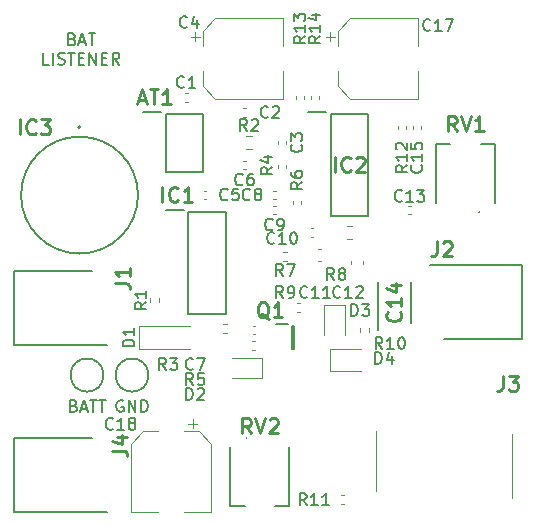
<source format=gbr>
%TF.GenerationSoftware,KiCad,Pcbnew,(5.1.8)-1*%
%TF.CreationDate,2021-02-07T14:07:47+00:00*%
%TF.ProjectId,Bat_Listner_JLCPCB,4261745f-4c69-4737-946e-65725f4a4c43,rev?*%
%TF.SameCoordinates,Original*%
%TF.FileFunction,Legend,Top*%
%TF.FilePolarity,Positive*%
%FSLAX46Y46*%
G04 Gerber Fmt 4.6, Leading zero omitted, Abs format (unit mm)*
G04 Created by KiCad (PCBNEW (5.1.8)-1) date 2021-02-07 14:07:47*
%MOMM*%
%LPD*%
G01*
G04 APERTURE LIST*
%ADD10C,0.150000*%
%ADD11C,0.200000*%
%ADD12C,0.120000*%
%ADD13C,0.100000*%
%ADD14C,0.254000*%
G04 APERTURE END LIST*
D10*
X135913904Y-48379571D02*
X136056761Y-48427190D01*
X136104380Y-48474809D01*
X136152000Y-48570047D01*
X136152000Y-48712904D01*
X136104380Y-48808142D01*
X136056761Y-48855761D01*
X135961523Y-48903380D01*
X135580571Y-48903380D01*
X135580571Y-47903380D01*
X135913904Y-47903380D01*
X136009142Y-47951000D01*
X136056761Y-47998619D01*
X136104380Y-48093857D01*
X136104380Y-48189095D01*
X136056761Y-48284333D01*
X136009142Y-48331952D01*
X135913904Y-48379571D01*
X135580571Y-48379571D01*
X136532952Y-48617666D02*
X137009142Y-48617666D01*
X136437714Y-48903380D02*
X136771047Y-47903380D01*
X137104380Y-48903380D01*
X137294857Y-47903380D02*
X137866285Y-47903380D01*
X137580571Y-48903380D02*
X137580571Y-47903380D01*
X133937714Y-50553380D02*
X133461523Y-50553380D01*
X133461523Y-49553380D01*
X134271047Y-50553380D02*
X134271047Y-49553380D01*
X134699619Y-50505761D02*
X134842476Y-50553380D01*
X135080571Y-50553380D01*
X135175809Y-50505761D01*
X135223428Y-50458142D01*
X135271047Y-50362904D01*
X135271047Y-50267666D01*
X135223428Y-50172428D01*
X135175809Y-50124809D01*
X135080571Y-50077190D01*
X134890095Y-50029571D01*
X134794857Y-49981952D01*
X134747238Y-49934333D01*
X134699619Y-49839095D01*
X134699619Y-49743857D01*
X134747238Y-49648619D01*
X134794857Y-49601000D01*
X134890095Y-49553380D01*
X135128190Y-49553380D01*
X135271047Y-49601000D01*
X135556761Y-49553380D02*
X136128190Y-49553380D01*
X135842476Y-50553380D02*
X135842476Y-49553380D01*
X136461523Y-50029571D02*
X136794857Y-50029571D01*
X136937714Y-50553380D02*
X136461523Y-50553380D01*
X136461523Y-49553380D01*
X136937714Y-49553380D01*
X137366285Y-50553380D02*
X137366285Y-49553380D01*
X137937714Y-50553380D01*
X137937714Y-49553380D01*
X138413904Y-50029571D02*
X138747238Y-50029571D01*
X138890095Y-50553380D02*
X138413904Y-50553380D01*
X138413904Y-49553380D01*
X138890095Y-49553380D01*
X139890095Y-50553380D02*
X139556761Y-50077190D01*
X139318666Y-50553380D02*
X139318666Y-49553380D01*
X139699619Y-49553380D01*
X139794857Y-49601000D01*
X139842476Y-49648619D01*
X139890095Y-49743857D01*
X139890095Y-49886714D01*
X139842476Y-49981952D01*
X139794857Y-50029571D01*
X139699619Y-50077190D01*
X139318666Y-50077190D01*
D11*
%TO.C,AT1*%
X143815000Y-54700000D02*
X147015000Y-54700000D01*
X147015000Y-54700000D02*
X147015000Y-59600000D01*
X147015000Y-59600000D02*
X143815000Y-59600000D01*
X143815000Y-59600000D02*
X143815000Y-54700000D01*
X141940000Y-54570000D02*
X143465000Y-54570000D01*
D12*
%TO.C,C1*%
X145677836Y-52980000D02*
X145462164Y-52980000D01*
X145677836Y-53700000D02*
X145462164Y-53700000D01*
%TO.C,C2*%
X150387164Y-54250000D02*
X150602836Y-54250000D01*
X150387164Y-54970000D02*
X150602836Y-54970000D01*
%TO.C,C3*%
X153310000Y-57042164D02*
X153310000Y-57257836D01*
X154030000Y-57042164D02*
X154030000Y-57257836D01*
%TO.C,C5*%
X147272836Y-61955000D02*
X147057164Y-61955000D01*
X147272836Y-61235000D02*
X147057164Y-61235000D01*
%TO.C,C6*%
X150387164Y-58695000D02*
X150602836Y-58695000D01*
X150387164Y-59415000D02*
X150602836Y-59415000D01*
%TO.C,C7*%
X151177164Y-73385000D02*
X151392836Y-73385000D01*
X151177164Y-72665000D02*
X151392836Y-72665000D01*
%TO.C,C8*%
X153142836Y-61235000D02*
X152927164Y-61235000D01*
X153142836Y-61955000D02*
X152927164Y-61955000D01*
%TO.C,C9*%
X152927164Y-62505000D02*
X153142836Y-62505000D01*
X152927164Y-63225000D02*
X153142836Y-63225000D01*
%TO.C,C10*%
X156317836Y-64410000D02*
X156102164Y-64410000D01*
X156317836Y-65130000D02*
X156102164Y-65130000D01*
%TO.C,C11*%
X156704420Y-66165000D02*
X156985580Y-66165000D01*
X156704420Y-67185000D02*
X156985580Y-67185000D01*
%TO.C,C12*%
X160530000Y-67450580D02*
X160530000Y-67169420D01*
X159510000Y-67450580D02*
X159510000Y-67169420D01*
%TO.C,C13*%
X164357164Y-63225000D02*
X164572836Y-63225000D01*
X164357164Y-62505000D02*
X164572836Y-62505000D01*
D11*
%TO.C,C14*%
X161770000Y-68915000D02*
X161770000Y-73015000D01*
X164620000Y-72415000D02*
X164620000Y-68915000D01*
D12*
%TO.C,C15*%
X164740000Y-55987836D02*
X164740000Y-55772164D01*
X165460000Y-55987836D02*
X165460000Y-55772164D01*
%TO.C,D1*%
X145895000Y-72660000D02*
X141595000Y-72660000D01*
X141595000Y-72660000D02*
X141595000Y-74660000D01*
X141595000Y-74660000D02*
X145895000Y-74660000D01*
%TO.C,D2*%
X151995000Y-77050000D02*
X151995000Y-75350000D01*
X151995000Y-75350000D02*
X149445000Y-75350000D01*
X151995000Y-77050000D02*
X149445000Y-77050000D01*
%TO.C,D3*%
X158965000Y-70890000D02*
X158965000Y-73440000D01*
X157265000Y-70890000D02*
X157265000Y-73440000D01*
X158965000Y-70890000D02*
X157265000Y-70890000D01*
%TO.C,D4*%
X160385000Y-74605000D02*
X157700000Y-74605000D01*
X157700000Y-74605000D02*
X157700000Y-76525000D01*
X157700000Y-76525000D02*
X160385000Y-76525000D01*
D11*
%TO.C,IC1*%
X145720000Y-62985000D02*
X148920000Y-62985000D01*
X148920000Y-62985000D02*
X148920000Y-71635000D01*
X148920000Y-71635000D02*
X145720000Y-71635000D01*
X145720000Y-71635000D02*
X145720000Y-62985000D01*
X143845000Y-62825000D02*
X145370000Y-62825000D01*
%TO.C,IC2*%
X155910000Y-54570000D02*
X157435000Y-54570000D01*
X157785000Y-63380000D02*
X157785000Y-54730000D01*
X160985000Y-63380000D02*
X157785000Y-63380000D01*
X160985000Y-54730000D02*
X160985000Y-63380000D01*
X157785000Y-54730000D02*
X160985000Y-54730000D01*
%TO.C,Q1*%
X154525000Y-72660000D02*
X154725000Y-72660000D01*
X154725000Y-72660000D02*
X154725000Y-74660000D01*
X154725000Y-74660000D02*
X154525000Y-74660000D01*
X154525000Y-74660000D02*
X154525000Y-72660000D01*
X153175000Y-72485000D02*
X154175000Y-72485000D01*
D12*
%TO.C,R1*%
X143255000Y-70331359D02*
X143255000Y-70638641D01*
X142495000Y-70331359D02*
X142495000Y-70638641D01*
%TO.C,R2*%
X150638742Y-56627500D02*
X151113258Y-56627500D01*
X150638742Y-57672500D02*
X151113258Y-57672500D01*
%TO.C,R3*%
X148690359Y-73278000D02*
X148997641Y-73278000D01*
X148690359Y-72518000D02*
X148997641Y-72518000D01*
%TO.C,R4*%
X154050000Y-59333641D02*
X154050000Y-59026359D01*
X153290000Y-59333641D02*
X153290000Y-59026359D01*
%TO.C,R5*%
X151408641Y-73915000D02*
X151101359Y-73915000D01*
X151408641Y-74675000D02*
X151101359Y-74675000D01*
%TO.C,R6*%
X154560000Y-62383641D02*
X154560000Y-62076359D01*
X155320000Y-62383641D02*
X155320000Y-62076359D01*
%TO.C,R7*%
X154075641Y-67182000D02*
X153768359Y-67182000D01*
X154075641Y-66422000D02*
X153768359Y-66422000D01*
%TO.C,R8*%
X159147742Y-65292500D02*
X159622258Y-65292500D01*
X159147742Y-64247500D02*
X159622258Y-64247500D01*
%TO.C,R9*%
X154911359Y-70740000D02*
X155218641Y-70740000D01*
X154911359Y-71500000D02*
X155218641Y-71500000D01*
%TO.C,R10*%
X161035000Y-72871359D02*
X161035000Y-73178641D01*
X160275000Y-72871359D02*
X160275000Y-73178641D01*
%TO.C,R11*%
X158646359Y-87780000D02*
X158953641Y-87780000D01*
X158646359Y-87020000D02*
X158953641Y-87020000D01*
%TO.C,R12*%
X163450000Y-55726359D02*
X163450000Y-56033641D01*
X164210000Y-55726359D02*
X164210000Y-56033641D01*
D10*
%TO.C,GND*%
X142370000Y-76835000D02*
G75*
G03*
X142370000Y-76835000I-1400000J0D01*
G01*
%TO.C,BATT*%
X138560000Y-76835000D02*
G75*
G03*
X138560000Y-76835000I-1400000J0D01*
G01*
D11*
%TO.C,IC3*%
X136601000Y-55856000D02*
G75*
G03*
X136601000Y-55856000I-100000J0D01*
G01*
X141475000Y-61595000D02*
G75*
G03*
X141475000Y-61595000I-4950000J0D01*
G01*
D12*
%TO.C,C4*%
X153778000Y-53448000D02*
X153778000Y-51098000D01*
X153778000Y-46628000D02*
X153778000Y-48978000D01*
X148022437Y-46628000D02*
X153778000Y-46628000D01*
X148022437Y-53448000D02*
X153778000Y-53448000D01*
X146958000Y-52383563D02*
X146958000Y-51098000D01*
X146958000Y-47692437D02*
X146958000Y-48978000D01*
X146958000Y-47692437D02*
X148022437Y-46628000D01*
X146958000Y-52383563D02*
X148022437Y-53448000D01*
X145930500Y-48190500D02*
X146718000Y-48190500D01*
X146324250Y-47796750D02*
X146324250Y-48584250D01*
%TO.C,C17*%
X157754250Y-47796750D02*
X157754250Y-48584250D01*
X157360500Y-48190500D02*
X158148000Y-48190500D01*
X158388000Y-52383563D02*
X159452437Y-53448000D01*
X158388000Y-47692437D02*
X159452437Y-46628000D01*
X158388000Y-47692437D02*
X158388000Y-48978000D01*
X158388000Y-52383563D02*
X158388000Y-51098000D01*
X159452437Y-53448000D02*
X165208000Y-53448000D01*
X159452437Y-46628000D02*
X165208000Y-46628000D01*
X165208000Y-46628000D02*
X165208000Y-48978000D01*
X165208000Y-53448000D02*
X165208000Y-51098000D01*
%TO.C,C18*%
X140862000Y-88406000D02*
X143212000Y-88406000D01*
X147682000Y-88406000D02*
X145332000Y-88406000D01*
X147682000Y-82650437D02*
X147682000Y-88406000D01*
X140862000Y-82650437D02*
X140862000Y-88406000D01*
X141926437Y-81586000D02*
X143212000Y-81586000D01*
X146617563Y-81586000D02*
X145332000Y-81586000D01*
X146617563Y-81586000D02*
X147682000Y-82650437D01*
X141926437Y-81586000D02*
X140862000Y-82650437D01*
X146119500Y-80558500D02*
X146119500Y-81346000D01*
X146513250Y-80952250D02*
X145725750Y-80952250D01*
%TO.C,R13*%
X154814000Y-53188359D02*
X154814000Y-53495641D01*
X155574000Y-53188359D02*
X155574000Y-53495641D01*
%TO.C,R14*%
X156084000Y-53495641D02*
X156084000Y-53188359D01*
X156844000Y-53495641D02*
X156844000Y-53188359D01*
D11*
%TO.C,J1*%
X130975000Y-74250000D02*
X138825000Y-74250000D01*
X130975000Y-68000000D02*
X130975000Y-74250000D01*
X137600000Y-68000000D02*
X130975000Y-68000000D01*
%TO.C,J2*%
X167400000Y-73800000D02*
X174025000Y-73800000D01*
X174025000Y-73800000D02*
X174025000Y-67550000D01*
X174025000Y-67550000D02*
X166175000Y-67550000D01*
D13*
%TO.C,J3*%
X173150000Y-87250000D02*
X173150000Y-81850000D01*
X161650000Y-86650000D02*
X161650000Y-81550000D01*
D11*
%TO.C,RV1*%
X171700000Y-62300000D02*
X171700000Y-57300000D01*
X166700000Y-62300000D02*
X166700000Y-57300000D01*
X171700000Y-57300000D02*
X170500000Y-57300000D01*
X166700000Y-57300000D02*
X167900000Y-57300000D01*
X170383000Y-63057000D02*
G75*
G03*
X170383000Y-63057000I-22000J0D01*
G01*
%TO.C,RV2*%
X150661000Y-82143000D02*
G75*
G03*
X150661000Y-82143000I-22000J0D01*
G01*
X154300000Y-87900000D02*
X153100000Y-87900000D01*
X149300000Y-87900000D02*
X150500000Y-87900000D01*
X154300000Y-82900000D02*
X154300000Y-87900000D01*
X149300000Y-82900000D02*
X149300000Y-87900000D01*
%TO.C,J4*%
X137600000Y-82200000D02*
X130975000Y-82200000D01*
X130975000Y-82200000D02*
X130975000Y-88450000D01*
X130975000Y-88450000D02*
X138825000Y-88450000D01*
%TO.C,AT1*%
D14*
X141484047Y-53551666D02*
X142088809Y-53551666D01*
X141363095Y-53914523D02*
X141786428Y-52644523D01*
X142209761Y-53914523D01*
X142451666Y-52644523D02*
X143177380Y-52644523D01*
X142814523Y-53914523D02*
X142814523Y-52644523D01*
X144265952Y-53914523D02*
X143540238Y-53914523D01*
X143903095Y-53914523D02*
X143903095Y-52644523D01*
X143782142Y-52825952D01*
X143661190Y-52946904D01*
X143540238Y-53007380D01*
%TO.C,C1*%
D10*
X145375333Y-52427142D02*
X145327714Y-52474761D01*
X145184857Y-52522380D01*
X145089619Y-52522380D01*
X144946761Y-52474761D01*
X144851523Y-52379523D01*
X144803904Y-52284285D01*
X144756285Y-52093809D01*
X144756285Y-51950952D01*
X144803904Y-51760476D01*
X144851523Y-51665238D01*
X144946761Y-51570000D01*
X145089619Y-51522380D01*
X145184857Y-51522380D01*
X145327714Y-51570000D01*
X145375333Y-51617619D01*
X146327714Y-52522380D02*
X145756285Y-52522380D01*
X146042000Y-52522380D02*
X146042000Y-51522380D01*
X145946761Y-51665238D01*
X145851523Y-51760476D01*
X145756285Y-51808095D01*
%TO.C,C2*%
X152487333Y-54967142D02*
X152439714Y-55014761D01*
X152296857Y-55062380D01*
X152201619Y-55062380D01*
X152058761Y-55014761D01*
X151963523Y-54919523D01*
X151915904Y-54824285D01*
X151868285Y-54633809D01*
X151868285Y-54490952D01*
X151915904Y-54300476D01*
X151963523Y-54205238D01*
X152058761Y-54110000D01*
X152201619Y-54062380D01*
X152296857Y-54062380D01*
X152439714Y-54110000D01*
X152487333Y-54157619D01*
X152868285Y-54157619D02*
X152915904Y-54110000D01*
X153011142Y-54062380D01*
X153249238Y-54062380D01*
X153344476Y-54110000D01*
X153392095Y-54157619D01*
X153439714Y-54252857D01*
X153439714Y-54348095D01*
X153392095Y-54490952D01*
X152820666Y-55062380D01*
X153439714Y-55062380D01*
%TO.C,C3*%
X155297142Y-57316666D02*
X155344761Y-57364285D01*
X155392380Y-57507142D01*
X155392380Y-57602380D01*
X155344761Y-57745238D01*
X155249523Y-57840476D01*
X155154285Y-57888095D01*
X154963809Y-57935714D01*
X154820952Y-57935714D01*
X154630476Y-57888095D01*
X154535238Y-57840476D01*
X154440000Y-57745238D01*
X154392380Y-57602380D01*
X154392380Y-57507142D01*
X154440000Y-57364285D01*
X154487619Y-57316666D01*
X154392380Y-56983333D02*
X154392380Y-56364285D01*
X154773333Y-56697619D01*
X154773333Y-56554761D01*
X154820952Y-56459523D01*
X154868571Y-56411904D01*
X154963809Y-56364285D01*
X155201904Y-56364285D01*
X155297142Y-56411904D01*
X155344761Y-56459523D01*
X155392380Y-56554761D01*
X155392380Y-56840476D01*
X155344761Y-56935714D01*
X155297142Y-56983333D01*
%TO.C,C5*%
X149058333Y-61952142D02*
X149010714Y-61999761D01*
X148867857Y-62047380D01*
X148772619Y-62047380D01*
X148629761Y-61999761D01*
X148534523Y-61904523D01*
X148486904Y-61809285D01*
X148439285Y-61618809D01*
X148439285Y-61475952D01*
X148486904Y-61285476D01*
X148534523Y-61190238D01*
X148629761Y-61095000D01*
X148772619Y-61047380D01*
X148867857Y-61047380D01*
X149010714Y-61095000D01*
X149058333Y-61142619D01*
X149963095Y-61047380D02*
X149486904Y-61047380D01*
X149439285Y-61523571D01*
X149486904Y-61475952D01*
X149582142Y-61428333D01*
X149820238Y-61428333D01*
X149915476Y-61475952D01*
X149963095Y-61523571D01*
X150010714Y-61618809D01*
X150010714Y-61856904D01*
X149963095Y-61952142D01*
X149915476Y-61999761D01*
X149820238Y-62047380D01*
X149582142Y-62047380D01*
X149486904Y-61999761D01*
X149439285Y-61952142D01*
%TO.C,C6*%
X150328333Y-60682142D02*
X150280714Y-60729761D01*
X150137857Y-60777380D01*
X150042619Y-60777380D01*
X149899761Y-60729761D01*
X149804523Y-60634523D01*
X149756904Y-60539285D01*
X149709285Y-60348809D01*
X149709285Y-60205952D01*
X149756904Y-60015476D01*
X149804523Y-59920238D01*
X149899761Y-59825000D01*
X150042619Y-59777380D01*
X150137857Y-59777380D01*
X150280714Y-59825000D01*
X150328333Y-59872619D01*
X151185476Y-59777380D02*
X150995000Y-59777380D01*
X150899761Y-59825000D01*
X150852142Y-59872619D01*
X150756904Y-60015476D01*
X150709285Y-60205952D01*
X150709285Y-60586904D01*
X150756904Y-60682142D01*
X150804523Y-60729761D01*
X150899761Y-60777380D01*
X151090238Y-60777380D01*
X151185476Y-60729761D01*
X151233095Y-60682142D01*
X151280714Y-60586904D01*
X151280714Y-60348809D01*
X151233095Y-60253571D01*
X151185476Y-60205952D01*
X151090238Y-60158333D01*
X150899761Y-60158333D01*
X150804523Y-60205952D01*
X150756904Y-60253571D01*
X150709285Y-60348809D01*
%TO.C,C7*%
X146137333Y-76303142D02*
X146089714Y-76350761D01*
X145946857Y-76398380D01*
X145851619Y-76398380D01*
X145708761Y-76350761D01*
X145613523Y-76255523D01*
X145565904Y-76160285D01*
X145518285Y-75969809D01*
X145518285Y-75826952D01*
X145565904Y-75636476D01*
X145613523Y-75541238D01*
X145708761Y-75446000D01*
X145851619Y-75398380D01*
X145946857Y-75398380D01*
X146089714Y-75446000D01*
X146137333Y-75493619D01*
X146470666Y-75398380D02*
X147137333Y-75398380D01*
X146708761Y-76398380D01*
%TO.C,C8*%
X150963333Y-61952142D02*
X150915714Y-61999761D01*
X150772857Y-62047380D01*
X150677619Y-62047380D01*
X150534761Y-61999761D01*
X150439523Y-61904523D01*
X150391904Y-61809285D01*
X150344285Y-61618809D01*
X150344285Y-61475952D01*
X150391904Y-61285476D01*
X150439523Y-61190238D01*
X150534761Y-61095000D01*
X150677619Y-61047380D01*
X150772857Y-61047380D01*
X150915714Y-61095000D01*
X150963333Y-61142619D01*
X151534761Y-61475952D02*
X151439523Y-61428333D01*
X151391904Y-61380714D01*
X151344285Y-61285476D01*
X151344285Y-61237857D01*
X151391904Y-61142619D01*
X151439523Y-61095000D01*
X151534761Y-61047380D01*
X151725238Y-61047380D01*
X151820476Y-61095000D01*
X151868095Y-61142619D01*
X151915714Y-61237857D01*
X151915714Y-61285476D01*
X151868095Y-61380714D01*
X151820476Y-61428333D01*
X151725238Y-61475952D01*
X151534761Y-61475952D01*
X151439523Y-61523571D01*
X151391904Y-61571190D01*
X151344285Y-61666428D01*
X151344285Y-61856904D01*
X151391904Y-61952142D01*
X151439523Y-61999761D01*
X151534761Y-62047380D01*
X151725238Y-62047380D01*
X151820476Y-61999761D01*
X151868095Y-61952142D01*
X151915714Y-61856904D01*
X151915714Y-61666428D01*
X151868095Y-61571190D01*
X151820476Y-61523571D01*
X151725238Y-61475952D01*
%TO.C,C9*%
X152868333Y-64492142D02*
X152820714Y-64539761D01*
X152677857Y-64587380D01*
X152582619Y-64587380D01*
X152439761Y-64539761D01*
X152344523Y-64444523D01*
X152296904Y-64349285D01*
X152249285Y-64158809D01*
X152249285Y-64015952D01*
X152296904Y-63825476D01*
X152344523Y-63730238D01*
X152439761Y-63635000D01*
X152582619Y-63587380D01*
X152677857Y-63587380D01*
X152820714Y-63635000D01*
X152868333Y-63682619D01*
X153344523Y-64587380D02*
X153535000Y-64587380D01*
X153630238Y-64539761D01*
X153677857Y-64492142D01*
X153773095Y-64349285D01*
X153820714Y-64158809D01*
X153820714Y-63777857D01*
X153773095Y-63682619D01*
X153725476Y-63635000D01*
X153630238Y-63587380D01*
X153439761Y-63587380D01*
X153344523Y-63635000D01*
X153296904Y-63682619D01*
X153249285Y-63777857D01*
X153249285Y-64015952D01*
X153296904Y-64111190D01*
X153344523Y-64158809D01*
X153439761Y-64206428D01*
X153630238Y-64206428D01*
X153725476Y-64158809D01*
X153773095Y-64111190D01*
X153820714Y-64015952D01*
%TO.C,C10*%
X153027142Y-65635142D02*
X152979523Y-65682761D01*
X152836666Y-65730380D01*
X152741428Y-65730380D01*
X152598571Y-65682761D01*
X152503333Y-65587523D01*
X152455714Y-65492285D01*
X152408095Y-65301809D01*
X152408095Y-65158952D01*
X152455714Y-64968476D01*
X152503333Y-64873238D01*
X152598571Y-64778000D01*
X152741428Y-64730380D01*
X152836666Y-64730380D01*
X152979523Y-64778000D01*
X153027142Y-64825619D01*
X153979523Y-65730380D02*
X153408095Y-65730380D01*
X153693809Y-65730380D02*
X153693809Y-64730380D01*
X153598571Y-64873238D01*
X153503333Y-64968476D01*
X153408095Y-65016095D01*
X154598571Y-64730380D02*
X154693809Y-64730380D01*
X154789047Y-64778000D01*
X154836666Y-64825619D01*
X154884285Y-64920857D01*
X154931904Y-65111333D01*
X154931904Y-65349428D01*
X154884285Y-65539904D01*
X154836666Y-65635142D01*
X154789047Y-65682761D01*
X154693809Y-65730380D01*
X154598571Y-65730380D01*
X154503333Y-65682761D01*
X154455714Y-65635142D01*
X154408095Y-65539904D01*
X154360476Y-65349428D01*
X154360476Y-65111333D01*
X154408095Y-64920857D01*
X154455714Y-64825619D01*
X154503333Y-64778000D01*
X154598571Y-64730380D01*
%TO.C,C11*%
X155821142Y-70207142D02*
X155773523Y-70254761D01*
X155630666Y-70302380D01*
X155535428Y-70302380D01*
X155392571Y-70254761D01*
X155297333Y-70159523D01*
X155249714Y-70064285D01*
X155202095Y-69873809D01*
X155202095Y-69730952D01*
X155249714Y-69540476D01*
X155297333Y-69445238D01*
X155392571Y-69350000D01*
X155535428Y-69302380D01*
X155630666Y-69302380D01*
X155773523Y-69350000D01*
X155821142Y-69397619D01*
X156773523Y-70302380D02*
X156202095Y-70302380D01*
X156487809Y-70302380D02*
X156487809Y-69302380D01*
X156392571Y-69445238D01*
X156297333Y-69540476D01*
X156202095Y-69588095D01*
X157725904Y-70302380D02*
X157154476Y-70302380D01*
X157440190Y-70302380D02*
X157440190Y-69302380D01*
X157344952Y-69445238D01*
X157249714Y-69540476D01*
X157154476Y-69588095D01*
%TO.C,C12*%
X158615142Y-70207142D02*
X158567523Y-70254761D01*
X158424666Y-70302380D01*
X158329428Y-70302380D01*
X158186571Y-70254761D01*
X158091333Y-70159523D01*
X158043714Y-70064285D01*
X157996095Y-69873809D01*
X157996095Y-69730952D01*
X158043714Y-69540476D01*
X158091333Y-69445238D01*
X158186571Y-69350000D01*
X158329428Y-69302380D01*
X158424666Y-69302380D01*
X158567523Y-69350000D01*
X158615142Y-69397619D01*
X159567523Y-70302380D02*
X158996095Y-70302380D01*
X159281809Y-70302380D02*
X159281809Y-69302380D01*
X159186571Y-69445238D01*
X159091333Y-69540476D01*
X158996095Y-69588095D01*
X159948476Y-69397619D02*
X159996095Y-69350000D01*
X160091333Y-69302380D01*
X160329428Y-69302380D01*
X160424666Y-69350000D01*
X160472285Y-69397619D01*
X160519904Y-69492857D01*
X160519904Y-69588095D01*
X160472285Y-69730952D01*
X159900857Y-70302380D01*
X160519904Y-70302380D01*
%TO.C,C13*%
X163822142Y-62062142D02*
X163774523Y-62109761D01*
X163631666Y-62157380D01*
X163536428Y-62157380D01*
X163393571Y-62109761D01*
X163298333Y-62014523D01*
X163250714Y-61919285D01*
X163203095Y-61728809D01*
X163203095Y-61585952D01*
X163250714Y-61395476D01*
X163298333Y-61300238D01*
X163393571Y-61205000D01*
X163536428Y-61157380D01*
X163631666Y-61157380D01*
X163774523Y-61205000D01*
X163822142Y-61252619D01*
X164774523Y-62157380D02*
X164203095Y-62157380D01*
X164488809Y-62157380D02*
X164488809Y-61157380D01*
X164393571Y-61300238D01*
X164298333Y-61395476D01*
X164203095Y-61443095D01*
X165107857Y-61157380D02*
X165726904Y-61157380D01*
X165393571Y-61538333D01*
X165536428Y-61538333D01*
X165631666Y-61585952D01*
X165679285Y-61633571D01*
X165726904Y-61728809D01*
X165726904Y-61966904D01*
X165679285Y-62062142D01*
X165631666Y-62109761D01*
X165536428Y-62157380D01*
X165250714Y-62157380D01*
X165155476Y-62109761D01*
X165107857Y-62062142D01*
%TO.C,C14*%
D14*
X163648571Y-71481428D02*
X163709047Y-71541904D01*
X163769523Y-71723333D01*
X163769523Y-71844285D01*
X163709047Y-72025714D01*
X163588095Y-72146666D01*
X163467142Y-72207142D01*
X163225238Y-72267619D01*
X163043809Y-72267619D01*
X162801904Y-72207142D01*
X162680952Y-72146666D01*
X162560000Y-72025714D01*
X162499523Y-71844285D01*
X162499523Y-71723333D01*
X162560000Y-71541904D01*
X162620476Y-71481428D01*
X163769523Y-70271904D02*
X163769523Y-70997619D01*
X163769523Y-70634761D02*
X162499523Y-70634761D01*
X162680952Y-70755714D01*
X162801904Y-70876666D01*
X162862380Y-70997619D01*
X162922857Y-69183333D02*
X163769523Y-69183333D01*
X162439047Y-69485714D02*
X163346190Y-69788095D01*
X163346190Y-69001904D01*
%TO.C,C15*%
D10*
X165457142Y-59062857D02*
X165504761Y-59110476D01*
X165552380Y-59253333D01*
X165552380Y-59348571D01*
X165504761Y-59491428D01*
X165409523Y-59586666D01*
X165314285Y-59634285D01*
X165123809Y-59681904D01*
X164980952Y-59681904D01*
X164790476Y-59634285D01*
X164695238Y-59586666D01*
X164600000Y-59491428D01*
X164552380Y-59348571D01*
X164552380Y-59253333D01*
X164600000Y-59110476D01*
X164647619Y-59062857D01*
X165552380Y-58110476D02*
X165552380Y-58681904D01*
X165552380Y-58396190D02*
X164552380Y-58396190D01*
X164695238Y-58491428D01*
X164790476Y-58586666D01*
X164838095Y-58681904D01*
X164552380Y-57205714D02*
X164552380Y-57681904D01*
X165028571Y-57729523D01*
X164980952Y-57681904D01*
X164933333Y-57586666D01*
X164933333Y-57348571D01*
X164980952Y-57253333D01*
X165028571Y-57205714D01*
X165123809Y-57158095D01*
X165361904Y-57158095D01*
X165457142Y-57205714D01*
X165504761Y-57253333D01*
X165552380Y-57348571D01*
X165552380Y-57586666D01*
X165504761Y-57681904D01*
X165457142Y-57729523D01*
%TO.C,D1*%
X141168380Y-74398095D02*
X140168380Y-74398095D01*
X140168380Y-74160000D01*
X140216000Y-74017142D01*
X140311238Y-73921904D01*
X140406476Y-73874285D01*
X140596952Y-73826666D01*
X140739809Y-73826666D01*
X140930285Y-73874285D01*
X141025523Y-73921904D01*
X141120761Y-74017142D01*
X141168380Y-74160000D01*
X141168380Y-74398095D01*
X141168380Y-72874285D02*
X141168380Y-73445714D01*
X141168380Y-73160000D02*
X140168380Y-73160000D01*
X140311238Y-73255238D01*
X140406476Y-73350476D01*
X140454095Y-73445714D01*
%TO.C,D2*%
X145565904Y-78938380D02*
X145565904Y-77938380D01*
X145804000Y-77938380D01*
X145946857Y-77986000D01*
X146042095Y-78081238D01*
X146089714Y-78176476D01*
X146137333Y-78366952D01*
X146137333Y-78509809D01*
X146089714Y-78700285D01*
X146042095Y-78795523D01*
X145946857Y-78890761D01*
X145804000Y-78938380D01*
X145565904Y-78938380D01*
X146518285Y-78033619D02*
X146565904Y-77986000D01*
X146661142Y-77938380D01*
X146899238Y-77938380D01*
X146994476Y-77986000D01*
X147042095Y-78033619D01*
X147089714Y-78128857D01*
X147089714Y-78224095D01*
X147042095Y-78366952D01*
X146470666Y-78938380D01*
X147089714Y-78938380D01*
%TO.C,D3*%
X159535904Y-71826380D02*
X159535904Y-70826380D01*
X159774000Y-70826380D01*
X159916857Y-70874000D01*
X160012095Y-70969238D01*
X160059714Y-71064476D01*
X160107333Y-71254952D01*
X160107333Y-71397809D01*
X160059714Y-71588285D01*
X160012095Y-71683523D01*
X159916857Y-71778761D01*
X159774000Y-71826380D01*
X159535904Y-71826380D01*
X160440666Y-70826380D02*
X161059714Y-70826380D01*
X160726380Y-71207333D01*
X160869238Y-71207333D01*
X160964476Y-71254952D01*
X161012095Y-71302571D01*
X161059714Y-71397809D01*
X161059714Y-71635904D01*
X161012095Y-71731142D01*
X160964476Y-71778761D01*
X160869238Y-71826380D01*
X160583523Y-71826380D01*
X160488285Y-71778761D01*
X160440666Y-71731142D01*
%TO.C,D4*%
X161567904Y-75890380D02*
X161567904Y-74890380D01*
X161806000Y-74890380D01*
X161948857Y-74938000D01*
X162044095Y-75033238D01*
X162091714Y-75128476D01*
X162139333Y-75318952D01*
X162139333Y-75461809D01*
X162091714Y-75652285D01*
X162044095Y-75747523D01*
X161948857Y-75842761D01*
X161806000Y-75890380D01*
X161567904Y-75890380D01*
X162996476Y-75223714D02*
X162996476Y-75890380D01*
X162758380Y-74842761D02*
X162520285Y-75557047D01*
X163139333Y-75557047D01*
%TO.C,IC1*%
D14*
X143540238Y-62169523D02*
X143540238Y-60899523D01*
X144870714Y-62048571D02*
X144810238Y-62109047D01*
X144628809Y-62169523D01*
X144507857Y-62169523D01*
X144326428Y-62109047D01*
X144205476Y-61988095D01*
X144145000Y-61867142D01*
X144084523Y-61625238D01*
X144084523Y-61443809D01*
X144145000Y-61201904D01*
X144205476Y-61080952D01*
X144326428Y-60960000D01*
X144507857Y-60899523D01*
X144628809Y-60899523D01*
X144810238Y-60960000D01*
X144870714Y-61020476D01*
X146080238Y-62169523D02*
X145354523Y-62169523D01*
X145717380Y-62169523D02*
X145717380Y-60899523D01*
X145596428Y-61080952D01*
X145475476Y-61201904D01*
X145354523Y-61262380D01*
%TO.C,IC2*%
X158145238Y-59629523D02*
X158145238Y-58359523D01*
X159475714Y-59508571D02*
X159415238Y-59569047D01*
X159233809Y-59629523D01*
X159112857Y-59629523D01*
X158931428Y-59569047D01*
X158810476Y-59448095D01*
X158750000Y-59327142D01*
X158689523Y-59085238D01*
X158689523Y-58903809D01*
X158750000Y-58661904D01*
X158810476Y-58540952D01*
X158931428Y-58420000D01*
X159112857Y-58359523D01*
X159233809Y-58359523D01*
X159415238Y-58420000D01*
X159475714Y-58480476D01*
X159959523Y-58480476D02*
X160020000Y-58420000D01*
X160140952Y-58359523D01*
X160443333Y-58359523D01*
X160564285Y-58420000D01*
X160624761Y-58480476D01*
X160685238Y-58601428D01*
X160685238Y-58722380D01*
X160624761Y-58903809D01*
X159899047Y-59629523D01*
X160685238Y-59629523D01*
%TO.C,Q1*%
X152533047Y-72069476D02*
X152412095Y-72009000D01*
X152291142Y-71888047D01*
X152109714Y-71706619D01*
X151988761Y-71646142D01*
X151867809Y-71646142D01*
X151928285Y-71948523D02*
X151807333Y-71888047D01*
X151686380Y-71767095D01*
X151625904Y-71525190D01*
X151625904Y-71101857D01*
X151686380Y-70859952D01*
X151807333Y-70739000D01*
X151928285Y-70678523D01*
X152170190Y-70678523D01*
X152291142Y-70739000D01*
X152412095Y-70859952D01*
X152472571Y-71101857D01*
X152472571Y-71525190D01*
X152412095Y-71767095D01*
X152291142Y-71888047D01*
X152170190Y-71948523D01*
X151928285Y-71948523D01*
X153682095Y-71948523D02*
X152956380Y-71948523D01*
X153319238Y-71948523D02*
X153319238Y-70678523D01*
X153198285Y-70859952D01*
X153077333Y-70980904D01*
X152956380Y-71041380D01*
%TO.C,R1*%
D10*
X142184380Y-70651666D02*
X141708190Y-70985000D01*
X142184380Y-71223095D02*
X141184380Y-71223095D01*
X141184380Y-70842142D01*
X141232000Y-70746904D01*
X141279619Y-70699285D01*
X141374857Y-70651666D01*
X141517714Y-70651666D01*
X141612952Y-70699285D01*
X141660571Y-70746904D01*
X141708190Y-70842142D01*
X141708190Y-71223095D01*
X142184380Y-69699285D02*
X142184380Y-70270714D01*
X142184380Y-69985000D02*
X141184380Y-69985000D01*
X141327238Y-70080238D01*
X141422476Y-70175476D01*
X141470095Y-70270714D01*
%TO.C,R2*%
X150709333Y-56172380D02*
X150376000Y-55696190D01*
X150137904Y-56172380D02*
X150137904Y-55172380D01*
X150518857Y-55172380D01*
X150614095Y-55220000D01*
X150661714Y-55267619D01*
X150709333Y-55362857D01*
X150709333Y-55505714D01*
X150661714Y-55600952D01*
X150614095Y-55648571D01*
X150518857Y-55696190D01*
X150137904Y-55696190D01*
X151090285Y-55267619D02*
X151137904Y-55220000D01*
X151233142Y-55172380D01*
X151471238Y-55172380D01*
X151566476Y-55220000D01*
X151614095Y-55267619D01*
X151661714Y-55362857D01*
X151661714Y-55458095D01*
X151614095Y-55600952D01*
X151042666Y-56172380D01*
X151661714Y-56172380D01*
%TO.C,R3*%
X143851333Y-76398380D02*
X143518000Y-75922190D01*
X143279904Y-76398380D02*
X143279904Y-75398380D01*
X143660857Y-75398380D01*
X143756095Y-75446000D01*
X143803714Y-75493619D01*
X143851333Y-75588857D01*
X143851333Y-75731714D01*
X143803714Y-75826952D01*
X143756095Y-75874571D01*
X143660857Y-75922190D01*
X143279904Y-75922190D01*
X144184666Y-75398380D02*
X144803714Y-75398380D01*
X144470380Y-75779333D01*
X144613238Y-75779333D01*
X144708476Y-75826952D01*
X144756095Y-75874571D01*
X144803714Y-75969809D01*
X144803714Y-76207904D01*
X144756095Y-76303142D01*
X144708476Y-76350761D01*
X144613238Y-76398380D01*
X144327523Y-76398380D01*
X144232285Y-76350761D01*
X144184666Y-76303142D01*
%TO.C,R4*%
X152852380Y-59221666D02*
X152376190Y-59555000D01*
X152852380Y-59793095D02*
X151852380Y-59793095D01*
X151852380Y-59412142D01*
X151900000Y-59316904D01*
X151947619Y-59269285D01*
X152042857Y-59221666D01*
X152185714Y-59221666D01*
X152280952Y-59269285D01*
X152328571Y-59316904D01*
X152376190Y-59412142D01*
X152376190Y-59793095D01*
X152185714Y-58364523D02*
X152852380Y-58364523D01*
X151804761Y-58602619D02*
X152519047Y-58840714D01*
X152519047Y-58221666D01*
%TO.C,R5*%
X146137333Y-77668380D02*
X145804000Y-77192190D01*
X145565904Y-77668380D02*
X145565904Y-76668380D01*
X145946857Y-76668380D01*
X146042095Y-76716000D01*
X146089714Y-76763619D01*
X146137333Y-76858857D01*
X146137333Y-77001714D01*
X146089714Y-77096952D01*
X146042095Y-77144571D01*
X145946857Y-77192190D01*
X145565904Y-77192190D01*
X147042095Y-76668380D02*
X146565904Y-76668380D01*
X146518285Y-77144571D01*
X146565904Y-77096952D01*
X146661142Y-77049333D01*
X146899238Y-77049333D01*
X146994476Y-77096952D01*
X147042095Y-77144571D01*
X147089714Y-77239809D01*
X147089714Y-77477904D01*
X147042095Y-77573142D01*
X146994476Y-77620761D01*
X146899238Y-77668380D01*
X146661142Y-77668380D01*
X146565904Y-77620761D01*
X146518285Y-77573142D01*
%TO.C,R6*%
X155392380Y-60491666D02*
X154916190Y-60825000D01*
X155392380Y-61063095D02*
X154392380Y-61063095D01*
X154392380Y-60682142D01*
X154440000Y-60586904D01*
X154487619Y-60539285D01*
X154582857Y-60491666D01*
X154725714Y-60491666D01*
X154820952Y-60539285D01*
X154868571Y-60586904D01*
X154916190Y-60682142D01*
X154916190Y-61063095D01*
X154392380Y-59634523D02*
X154392380Y-59825000D01*
X154440000Y-59920238D01*
X154487619Y-59967857D01*
X154630476Y-60063095D01*
X154820952Y-60110714D01*
X155201904Y-60110714D01*
X155297142Y-60063095D01*
X155344761Y-60015476D01*
X155392380Y-59920238D01*
X155392380Y-59729761D01*
X155344761Y-59634523D01*
X155297142Y-59586904D01*
X155201904Y-59539285D01*
X154963809Y-59539285D01*
X154868571Y-59586904D01*
X154820952Y-59634523D01*
X154773333Y-59729761D01*
X154773333Y-59920238D01*
X154820952Y-60015476D01*
X154868571Y-60063095D01*
X154963809Y-60110714D01*
%TO.C,R7*%
X153755333Y-68424380D02*
X153422000Y-67948190D01*
X153183904Y-68424380D02*
X153183904Y-67424380D01*
X153564857Y-67424380D01*
X153660095Y-67472000D01*
X153707714Y-67519619D01*
X153755333Y-67614857D01*
X153755333Y-67757714D01*
X153707714Y-67852952D01*
X153660095Y-67900571D01*
X153564857Y-67948190D01*
X153183904Y-67948190D01*
X154088666Y-67424380D02*
X154755333Y-67424380D01*
X154326761Y-68424380D01*
%TO.C,R8*%
X158075333Y-68778380D02*
X157742000Y-68302190D01*
X157503904Y-68778380D02*
X157503904Y-67778380D01*
X157884857Y-67778380D01*
X157980095Y-67826000D01*
X158027714Y-67873619D01*
X158075333Y-67968857D01*
X158075333Y-68111714D01*
X158027714Y-68206952D01*
X157980095Y-68254571D01*
X157884857Y-68302190D01*
X157503904Y-68302190D01*
X158646761Y-68206952D02*
X158551523Y-68159333D01*
X158503904Y-68111714D01*
X158456285Y-68016476D01*
X158456285Y-67968857D01*
X158503904Y-67873619D01*
X158551523Y-67826000D01*
X158646761Y-67778380D01*
X158837238Y-67778380D01*
X158932476Y-67826000D01*
X158980095Y-67873619D01*
X159027714Y-67968857D01*
X159027714Y-68016476D01*
X158980095Y-68111714D01*
X158932476Y-68159333D01*
X158837238Y-68206952D01*
X158646761Y-68206952D01*
X158551523Y-68254571D01*
X158503904Y-68302190D01*
X158456285Y-68397428D01*
X158456285Y-68587904D01*
X158503904Y-68683142D01*
X158551523Y-68730761D01*
X158646761Y-68778380D01*
X158837238Y-68778380D01*
X158932476Y-68730761D01*
X158980095Y-68683142D01*
X159027714Y-68587904D01*
X159027714Y-68397428D01*
X158980095Y-68302190D01*
X158932476Y-68254571D01*
X158837238Y-68206952D01*
%TO.C,R9*%
X153757333Y-70302380D02*
X153424000Y-69826190D01*
X153185904Y-70302380D02*
X153185904Y-69302380D01*
X153566857Y-69302380D01*
X153662095Y-69350000D01*
X153709714Y-69397619D01*
X153757333Y-69492857D01*
X153757333Y-69635714D01*
X153709714Y-69730952D01*
X153662095Y-69778571D01*
X153566857Y-69826190D01*
X153185904Y-69826190D01*
X154233523Y-70302380D02*
X154424000Y-70302380D01*
X154519238Y-70254761D01*
X154566857Y-70207142D01*
X154662095Y-70064285D01*
X154709714Y-69873809D01*
X154709714Y-69492857D01*
X154662095Y-69397619D01*
X154614476Y-69350000D01*
X154519238Y-69302380D01*
X154328761Y-69302380D01*
X154233523Y-69350000D01*
X154185904Y-69397619D01*
X154138285Y-69492857D01*
X154138285Y-69730952D01*
X154185904Y-69826190D01*
X154233523Y-69873809D01*
X154328761Y-69921428D01*
X154519238Y-69921428D01*
X154614476Y-69873809D01*
X154662095Y-69826190D01*
X154709714Y-69730952D01*
%TO.C,R10*%
X162171142Y-74620380D02*
X161837809Y-74144190D01*
X161599714Y-74620380D02*
X161599714Y-73620380D01*
X161980666Y-73620380D01*
X162075904Y-73668000D01*
X162123523Y-73715619D01*
X162171142Y-73810857D01*
X162171142Y-73953714D01*
X162123523Y-74048952D01*
X162075904Y-74096571D01*
X161980666Y-74144190D01*
X161599714Y-74144190D01*
X163123523Y-74620380D02*
X162552095Y-74620380D01*
X162837809Y-74620380D02*
X162837809Y-73620380D01*
X162742571Y-73763238D01*
X162647333Y-73858476D01*
X162552095Y-73906095D01*
X163742571Y-73620380D02*
X163837809Y-73620380D01*
X163933047Y-73668000D01*
X163980666Y-73715619D01*
X164028285Y-73810857D01*
X164075904Y-74001333D01*
X164075904Y-74239428D01*
X164028285Y-74429904D01*
X163980666Y-74525142D01*
X163933047Y-74572761D01*
X163837809Y-74620380D01*
X163742571Y-74620380D01*
X163647333Y-74572761D01*
X163599714Y-74525142D01*
X163552095Y-74429904D01*
X163504476Y-74239428D01*
X163504476Y-74001333D01*
X163552095Y-73810857D01*
X163599714Y-73715619D01*
X163647333Y-73668000D01*
X163742571Y-73620380D01*
%TO.C,R11*%
X155746142Y-87852380D02*
X155412809Y-87376190D01*
X155174714Y-87852380D02*
X155174714Y-86852380D01*
X155555666Y-86852380D01*
X155650904Y-86900000D01*
X155698523Y-86947619D01*
X155746142Y-87042857D01*
X155746142Y-87185714D01*
X155698523Y-87280952D01*
X155650904Y-87328571D01*
X155555666Y-87376190D01*
X155174714Y-87376190D01*
X156698523Y-87852380D02*
X156127095Y-87852380D01*
X156412809Y-87852380D02*
X156412809Y-86852380D01*
X156317571Y-86995238D01*
X156222333Y-87090476D01*
X156127095Y-87138095D01*
X157650904Y-87852380D02*
X157079476Y-87852380D01*
X157365190Y-87852380D02*
X157365190Y-86852380D01*
X157269952Y-86995238D01*
X157174714Y-87090476D01*
X157079476Y-87138095D01*
%TO.C,R12*%
X164282380Y-59062857D02*
X163806190Y-59396190D01*
X164282380Y-59634285D02*
X163282380Y-59634285D01*
X163282380Y-59253333D01*
X163330000Y-59158095D01*
X163377619Y-59110476D01*
X163472857Y-59062857D01*
X163615714Y-59062857D01*
X163710952Y-59110476D01*
X163758571Y-59158095D01*
X163806190Y-59253333D01*
X163806190Y-59634285D01*
X164282380Y-58110476D02*
X164282380Y-58681904D01*
X164282380Y-58396190D02*
X163282380Y-58396190D01*
X163425238Y-58491428D01*
X163520476Y-58586666D01*
X163568095Y-58681904D01*
X163377619Y-57729523D02*
X163330000Y-57681904D01*
X163282380Y-57586666D01*
X163282380Y-57348571D01*
X163330000Y-57253333D01*
X163377619Y-57205714D01*
X163472857Y-57158095D01*
X163568095Y-57158095D01*
X163710952Y-57205714D01*
X164282380Y-57777142D01*
X164282380Y-57158095D01*
%TO.C,GND*%
X140208095Y-79002000D02*
X140112857Y-78954380D01*
X139970000Y-78954380D01*
X139827142Y-79002000D01*
X139731904Y-79097238D01*
X139684285Y-79192476D01*
X139636666Y-79382952D01*
X139636666Y-79525809D01*
X139684285Y-79716285D01*
X139731904Y-79811523D01*
X139827142Y-79906761D01*
X139970000Y-79954380D01*
X140065238Y-79954380D01*
X140208095Y-79906761D01*
X140255714Y-79859142D01*
X140255714Y-79525809D01*
X140065238Y-79525809D01*
X140684285Y-79954380D02*
X140684285Y-78954380D01*
X141255714Y-79954380D01*
X141255714Y-78954380D01*
X141731904Y-79954380D02*
X141731904Y-78954380D01*
X141970000Y-78954380D01*
X142112857Y-79002000D01*
X142208095Y-79097238D01*
X142255714Y-79192476D01*
X142303333Y-79382952D01*
X142303333Y-79525809D01*
X142255714Y-79716285D01*
X142208095Y-79811523D01*
X142112857Y-79906761D01*
X141970000Y-79954380D01*
X141731904Y-79954380D01*
%TO.C,BATT*%
X136040952Y-79430571D02*
X136183809Y-79478190D01*
X136231428Y-79525809D01*
X136279047Y-79621047D01*
X136279047Y-79763904D01*
X136231428Y-79859142D01*
X136183809Y-79906761D01*
X136088571Y-79954380D01*
X135707619Y-79954380D01*
X135707619Y-78954380D01*
X136040952Y-78954380D01*
X136136190Y-79002000D01*
X136183809Y-79049619D01*
X136231428Y-79144857D01*
X136231428Y-79240095D01*
X136183809Y-79335333D01*
X136136190Y-79382952D01*
X136040952Y-79430571D01*
X135707619Y-79430571D01*
X136660000Y-79668666D02*
X137136190Y-79668666D01*
X136564761Y-79954380D02*
X136898095Y-78954380D01*
X137231428Y-79954380D01*
X137421904Y-78954380D02*
X137993333Y-78954380D01*
X137707619Y-79954380D02*
X137707619Y-78954380D01*
X138183809Y-78954380D02*
X138755238Y-78954380D01*
X138469523Y-79954380D02*
X138469523Y-78954380D01*
%TO.C,IC3*%
D14*
X131475238Y-56454523D02*
X131475238Y-55184523D01*
X132805714Y-56333571D02*
X132745238Y-56394047D01*
X132563809Y-56454523D01*
X132442857Y-56454523D01*
X132261428Y-56394047D01*
X132140476Y-56273095D01*
X132080000Y-56152142D01*
X132019523Y-55910238D01*
X132019523Y-55728809D01*
X132080000Y-55486904D01*
X132140476Y-55365952D01*
X132261428Y-55245000D01*
X132442857Y-55184523D01*
X132563809Y-55184523D01*
X132745238Y-55245000D01*
X132805714Y-55305476D01*
X133229047Y-55184523D02*
X134015238Y-55184523D01*
X133591904Y-55668333D01*
X133773333Y-55668333D01*
X133894285Y-55728809D01*
X133954761Y-55789285D01*
X134015238Y-55910238D01*
X134015238Y-56212619D01*
X133954761Y-56333571D01*
X133894285Y-56394047D01*
X133773333Y-56454523D01*
X133410476Y-56454523D01*
X133289523Y-56394047D01*
X133229047Y-56333571D01*
%TO.C,C4*%
D10*
X145629333Y-47347142D02*
X145581714Y-47394761D01*
X145438857Y-47442380D01*
X145343619Y-47442380D01*
X145200761Y-47394761D01*
X145105523Y-47299523D01*
X145057904Y-47204285D01*
X145010285Y-47013809D01*
X145010285Y-46870952D01*
X145057904Y-46680476D01*
X145105523Y-46585238D01*
X145200761Y-46490000D01*
X145343619Y-46442380D01*
X145438857Y-46442380D01*
X145581714Y-46490000D01*
X145629333Y-46537619D01*
X146486476Y-46775714D02*
X146486476Y-47442380D01*
X146248380Y-46394761D02*
X146010285Y-47109047D01*
X146629333Y-47109047D01*
%TO.C,C17*%
X166235142Y-47601142D02*
X166187523Y-47648761D01*
X166044666Y-47696380D01*
X165949428Y-47696380D01*
X165806571Y-47648761D01*
X165711333Y-47553523D01*
X165663714Y-47458285D01*
X165616095Y-47267809D01*
X165616095Y-47124952D01*
X165663714Y-46934476D01*
X165711333Y-46839238D01*
X165806571Y-46744000D01*
X165949428Y-46696380D01*
X166044666Y-46696380D01*
X166187523Y-46744000D01*
X166235142Y-46791619D01*
X167187523Y-47696380D02*
X166616095Y-47696380D01*
X166901809Y-47696380D02*
X166901809Y-46696380D01*
X166806571Y-46839238D01*
X166711333Y-46934476D01*
X166616095Y-46982095D01*
X167520857Y-46696380D02*
X168187523Y-46696380D01*
X167758952Y-47696380D01*
%TO.C,C18*%
X139357142Y-81357142D02*
X139309523Y-81404761D01*
X139166666Y-81452380D01*
X139071428Y-81452380D01*
X138928571Y-81404761D01*
X138833333Y-81309523D01*
X138785714Y-81214285D01*
X138738095Y-81023809D01*
X138738095Y-80880952D01*
X138785714Y-80690476D01*
X138833333Y-80595238D01*
X138928571Y-80500000D01*
X139071428Y-80452380D01*
X139166666Y-80452380D01*
X139309523Y-80500000D01*
X139357142Y-80547619D01*
X140309523Y-81452380D02*
X139738095Y-81452380D01*
X140023809Y-81452380D02*
X140023809Y-80452380D01*
X139928571Y-80595238D01*
X139833333Y-80690476D01*
X139738095Y-80738095D01*
X140880952Y-80880952D02*
X140785714Y-80833333D01*
X140738095Y-80785714D01*
X140690476Y-80690476D01*
X140690476Y-80642857D01*
X140738095Y-80547619D01*
X140785714Y-80500000D01*
X140880952Y-80452380D01*
X141071428Y-80452380D01*
X141166666Y-80500000D01*
X141214285Y-80547619D01*
X141261904Y-80642857D01*
X141261904Y-80690476D01*
X141214285Y-80785714D01*
X141166666Y-80833333D01*
X141071428Y-80880952D01*
X140880952Y-80880952D01*
X140785714Y-80928571D01*
X140738095Y-80976190D01*
X140690476Y-81071428D01*
X140690476Y-81261904D01*
X140738095Y-81357142D01*
X140785714Y-81404761D01*
X140880952Y-81452380D01*
X141071428Y-81452380D01*
X141166666Y-81404761D01*
X141214285Y-81357142D01*
X141261904Y-81261904D01*
X141261904Y-81071428D01*
X141214285Y-80976190D01*
X141166666Y-80928571D01*
X141071428Y-80880952D01*
%TO.C,R13*%
X155646380Y-48140857D02*
X155170190Y-48474190D01*
X155646380Y-48712285D02*
X154646380Y-48712285D01*
X154646380Y-48331333D01*
X154694000Y-48236095D01*
X154741619Y-48188476D01*
X154836857Y-48140857D01*
X154979714Y-48140857D01*
X155074952Y-48188476D01*
X155122571Y-48236095D01*
X155170190Y-48331333D01*
X155170190Y-48712285D01*
X155646380Y-47188476D02*
X155646380Y-47759904D01*
X155646380Y-47474190D02*
X154646380Y-47474190D01*
X154789238Y-47569428D01*
X154884476Y-47664666D01*
X154932095Y-47759904D01*
X154646380Y-46855142D02*
X154646380Y-46236095D01*
X155027333Y-46569428D01*
X155027333Y-46426571D01*
X155074952Y-46331333D01*
X155122571Y-46283714D01*
X155217809Y-46236095D01*
X155455904Y-46236095D01*
X155551142Y-46283714D01*
X155598761Y-46331333D01*
X155646380Y-46426571D01*
X155646380Y-46712285D01*
X155598761Y-46807523D01*
X155551142Y-46855142D01*
%TO.C,R14*%
X156916380Y-48140857D02*
X156440190Y-48474190D01*
X156916380Y-48712285D02*
X155916380Y-48712285D01*
X155916380Y-48331333D01*
X155964000Y-48236095D01*
X156011619Y-48188476D01*
X156106857Y-48140857D01*
X156249714Y-48140857D01*
X156344952Y-48188476D01*
X156392571Y-48236095D01*
X156440190Y-48331333D01*
X156440190Y-48712285D01*
X156916380Y-47188476D02*
X156916380Y-47759904D01*
X156916380Y-47474190D02*
X155916380Y-47474190D01*
X156059238Y-47569428D01*
X156154476Y-47664666D01*
X156202095Y-47759904D01*
X156249714Y-46331333D02*
X156916380Y-46331333D01*
X155868761Y-46569428D02*
X156583047Y-46807523D01*
X156583047Y-46188476D01*
%TO.C,J1*%
D14*
X139504523Y-69023333D02*
X140411666Y-69023333D01*
X140593095Y-69083809D01*
X140714047Y-69204761D01*
X140774523Y-69386190D01*
X140774523Y-69507142D01*
X140774523Y-67753333D02*
X140774523Y-68479047D01*
X140774523Y-68116190D02*
X139504523Y-68116190D01*
X139685952Y-68237142D01*
X139806904Y-68358095D01*
X139867380Y-68479047D01*
%TO.C,J2*%
X166776666Y-65504523D02*
X166776666Y-66411666D01*
X166716190Y-66593095D01*
X166595238Y-66714047D01*
X166413809Y-66774523D01*
X166292857Y-66774523D01*
X167320952Y-65625476D02*
X167381428Y-65565000D01*
X167502380Y-65504523D01*
X167804761Y-65504523D01*
X167925714Y-65565000D01*
X167986190Y-65625476D01*
X168046666Y-65746428D01*
X168046666Y-65867380D01*
X167986190Y-66048809D01*
X167260476Y-66774523D01*
X168046666Y-66774523D01*
%TO.C,J3*%
X172376666Y-76904523D02*
X172376666Y-77811666D01*
X172316190Y-77993095D01*
X172195238Y-78114047D01*
X172013809Y-78174523D01*
X171892857Y-78174523D01*
X172860476Y-76904523D02*
X173646666Y-76904523D01*
X173223333Y-77388333D01*
X173404761Y-77388333D01*
X173525714Y-77448809D01*
X173586190Y-77509285D01*
X173646666Y-77630238D01*
X173646666Y-77932619D01*
X173586190Y-78053571D01*
X173525714Y-78114047D01*
X173404761Y-78174523D01*
X173041904Y-78174523D01*
X172920952Y-78114047D01*
X172860476Y-78053571D01*
%TO.C,RV1*%
X168444047Y-56174523D02*
X168020714Y-55569761D01*
X167718333Y-56174523D02*
X167718333Y-54904523D01*
X168202142Y-54904523D01*
X168323095Y-54965000D01*
X168383571Y-55025476D01*
X168444047Y-55146428D01*
X168444047Y-55327857D01*
X168383571Y-55448809D01*
X168323095Y-55509285D01*
X168202142Y-55569761D01*
X167718333Y-55569761D01*
X168806904Y-54904523D02*
X169230238Y-56174523D01*
X169653571Y-54904523D01*
X170742142Y-56174523D02*
X170016428Y-56174523D01*
X170379285Y-56174523D02*
X170379285Y-54904523D01*
X170258333Y-55085952D01*
X170137380Y-55206904D01*
X170016428Y-55267380D01*
%TO.C,RV2*%
X151044047Y-81774523D02*
X150620714Y-81169761D01*
X150318333Y-81774523D02*
X150318333Y-80504523D01*
X150802142Y-80504523D01*
X150923095Y-80565000D01*
X150983571Y-80625476D01*
X151044047Y-80746428D01*
X151044047Y-80927857D01*
X150983571Y-81048809D01*
X150923095Y-81109285D01*
X150802142Y-81169761D01*
X150318333Y-81169761D01*
X151406904Y-80504523D02*
X151830238Y-81774523D01*
X152253571Y-80504523D01*
X152616428Y-80625476D02*
X152676904Y-80565000D01*
X152797857Y-80504523D01*
X153100238Y-80504523D01*
X153221190Y-80565000D01*
X153281666Y-80625476D01*
X153342142Y-80746428D01*
X153342142Y-80867380D01*
X153281666Y-81048809D01*
X152555952Y-81774523D01*
X153342142Y-81774523D01*
%TO.C,J4*%
X139304523Y-83223333D02*
X140211666Y-83223333D01*
X140393095Y-83283809D01*
X140514047Y-83404761D01*
X140574523Y-83586190D01*
X140574523Y-83707142D01*
X139727857Y-82074285D02*
X140574523Y-82074285D01*
X139244047Y-82376666D02*
X140151190Y-82679047D01*
X140151190Y-81892857D01*
%TD*%
M02*

</source>
